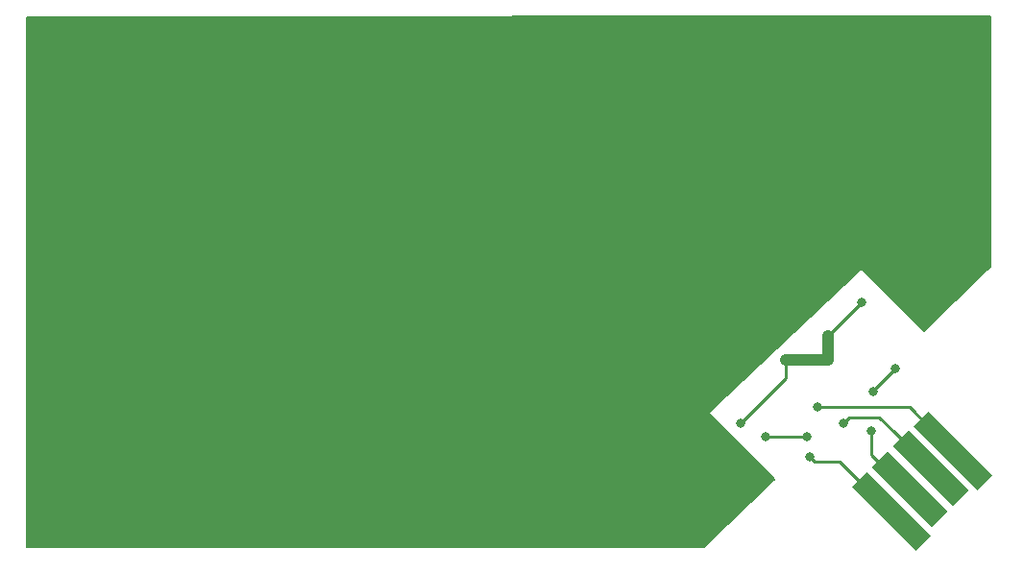
<source format=gtl>
G04 #@! TF.GenerationSoftware,KiCad,Pcbnew,(6.0.1)*
G04 #@! TF.CreationDate,2023-12-15T21:36:30+05:30*
G04 #@! TF.ProjectId,Business card,42757369-6e65-4737-9320-636172642e6b,rev?*
G04 #@! TF.SameCoordinates,Original*
G04 #@! TF.FileFunction,Copper,L1,Top*
G04 #@! TF.FilePolarity,Positive*
%FSLAX46Y46*%
G04 Gerber Fmt 4.6, Leading zero omitted, Abs format (unit mm)*
G04 Created by KiCad (PCBNEW (6.0.1)) date 2023-12-15 21:36:30*
%MOMM*%
%LPD*%
G01*
G04 APERTURE LIST*
G04 Aperture macros list*
%AMRotRect*
0 Rectangle, with rotation*
0 The origin of the aperture is its center*
0 $1 length*
0 $2 width*
0 $3 Rotation angle, in degrees counterclockwise*
0 Add horizontal line*
21,1,$1,$2,0,0,$3*%
G04 Aperture macros list end*
G04 #@! TA.AperFunction,ConnectorPad*
%ADD10RotRect,1.900000X8.000000X45.000000*%
G04 #@! TD*
G04 #@! TA.AperFunction,ConnectorPad*
%ADD11RotRect,2.000000X7.500000X45.000000*%
G04 #@! TD*
G04 #@! TA.AperFunction,ViaPad*
%ADD12C,0.800000*%
G04 #@! TD*
G04 #@! TA.AperFunction,Conductor*
%ADD13C,0.250000*%
G04 #@! TD*
G04 #@! TA.AperFunction,Conductor*
%ADD14C,1.000000*%
G04 #@! TD*
G04 APERTURE END LIST*
D10*
G04 #@! TO.P,J2,1,VBUS*
G04 #@! TO.N,Net-(D3-Pad1)*
X114716616Y-90330327D03*
D11*
G04 #@! TO.P,J2,2,D-*
G04 #@! TO.N,Net-(D4-Pad2)*
X112765001Y-91928388D03*
G04 #@! TO.P,J2,3,D+*
G04 #@! TO.N,Net-(D5-Pad2)*
X110926523Y-93766866D03*
D10*
G04 #@! TO.P,J2,4,GND*
G04 #@! TO.N,GND*
X109328462Y-95718481D03*
G04 #@! TD*
D12*
G04 #@! TO.N,GND*
X102100000Y-90900000D03*
G04 #@! TO.N,Net-(D3-Pad1)*
X102800000Y-86500000D03*
G04 #@! TO.N,Net-(D4-Pad2)*
X101824500Y-89100000D03*
X105100000Y-87900000D03*
X98200000Y-89100000D03*
G04 #@! TO.N,Net-(D5-Pad2)*
X96000000Y-87900000D03*
X109600000Y-83100000D03*
X106700000Y-77200000D03*
X107700000Y-85100000D03*
X107500000Y-88600000D03*
G04 #@! TD*
D13*
G04 #@! TO.N,GND*
X104700000Y-91300000D02*
X109118481Y-95718481D01*
X102500000Y-91300000D02*
X104700000Y-91300000D01*
X102100000Y-90900000D02*
X102500000Y-91300000D01*
G04 #@! TO.N,Net-(D3-Pad1)*
X110886289Y-86500000D02*
X114716616Y-90330327D01*
X102800000Y-86500000D02*
X110886289Y-86500000D01*
G04 #@! TO.N,Net-(D4-Pad2)*
X108236614Y-87400000D02*
X109618307Y-88781693D01*
X105100000Y-87900000D02*
X105600000Y-87400000D01*
X109618307Y-88781693D02*
X112765001Y-91928388D01*
X109436613Y-88600000D02*
X109618307Y-88781693D01*
X98200000Y-89100000D02*
X101824500Y-89100000D01*
X105600000Y-87400000D02*
X108236614Y-87400000D01*
G04 #@! TO.N,Net-(D5-Pad2)*
X110566866Y-93766866D02*
X110926523Y-93766866D01*
X96000000Y-87900000D02*
X99200000Y-84700000D01*
X99200000Y-84700000D02*
X100000000Y-83900000D01*
X99200000Y-84700000D02*
X99400000Y-84500000D01*
X109600000Y-83100000D02*
X107700000Y-85000000D01*
X107700000Y-85000000D02*
X107700000Y-85100000D01*
X103700000Y-80200000D02*
X106700000Y-77200000D01*
D14*
X103700000Y-82300000D02*
X103700000Y-80200000D01*
X100000000Y-82300000D02*
X103700000Y-82300000D01*
D13*
X107500000Y-90700000D02*
X110566866Y-93766866D01*
X100000000Y-83900000D02*
X100000000Y-82300000D01*
X107500000Y-88600000D02*
X107500000Y-90700000D01*
G04 #@! TD*
G04 #@! TA.AperFunction,NonConductor*
G36*
X118041996Y-51920070D02*
G01*
X118088552Y-51973671D01*
X118100000Y-52026148D01*
X118100000Y-74047177D01*
X118079998Y-74115298D01*
X118062333Y-74137029D01*
X117781795Y-74412812D01*
X112289088Y-79812421D01*
X112226487Y-79845912D01*
X112155717Y-79840242D01*
X112111662Y-79811662D01*
X106700000Y-74400000D01*
X93300000Y-87000000D01*
X93309992Y-87010164D01*
X93309993Y-87010166D01*
X99010259Y-92808712D01*
X99043750Y-92871313D01*
X99038080Y-92942083D01*
X99007302Y-92988284D01*
X92836497Y-98865241D01*
X92773373Y-98897737D01*
X92749600Y-98900000D01*
X33126000Y-98900000D01*
X33057879Y-98879998D01*
X33011386Y-98826342D01*
X33000000Y-98774000D01*
X33000000Y-52125852D01*
X33020002Y-52057731D01*
X33073658Y-52011238D01*
X33125851Y-51999852D01*
X117973853Y-51900148D01*
X118041996Y-51920070D01*
G37*
G04 #@! TD.AperFunction*
M02*

</source>
